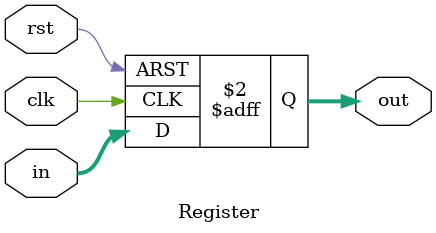
<source format=v>
`timescale 1ns/1ns
module Register(input clk, rst, input [31:0] in, output reg [31:0] out);
	always @(posedge clk, posedge rst) begin
		if(rst) begin
			out <= 32'b0;
		end else begin
			out <= in;
		end
	end
endmodule


</source>
